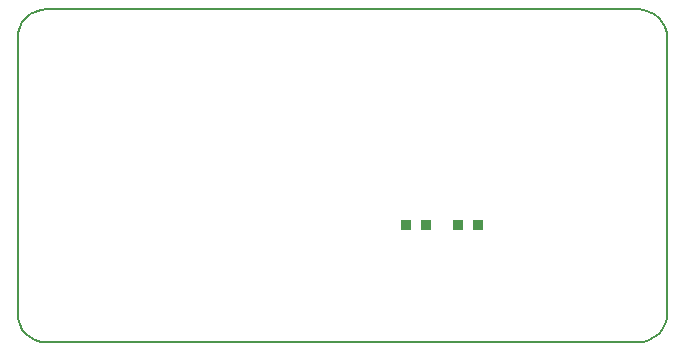
<source format=gbr>
G04 PROTEUS RS274X GERBER FILE*
%FSLAX45Y45*%
%MOMM*%
G01*
%ADD17R,0.889000X0.889000*%
%ADD22C,0.203200*%
D17*
X+3727280Y+890000D03*
X+3900000Y+890000D03*
X+3462720Y+890000D03*
X+3290000Y+890000D03*
D22*
X+0Y+150000D02*
X+0Y+2470000D01*
X+250000Y+2720000D02*
X+5250000Y+2720000D01*
X+5500000Y+2470000D02*
X+5500000Y+150000D01*
X+5250000Y-100000D02*
X+250000Y-100000D01*
X+0Y+2470000D02*
X+4974Y+2521117D01*
X+19287Y+2568389D01*
X+42023Y+2610900D01*
X+72266Y+2647734D01*
X+109100Y+2677977D01*
X+151611Y+2700713D01*
X+198883Y+2715026D01*
X+250000Y+2720000D01*
X+0Y+150000D02*
X+4974Y+98883D01*
X+19287Y+51611D01*
X+42023Y+9100D01*
X+72266Y-27734D01*
X+109100Y-57977D01*
X+151611Y-80713D01*
X+198883Y-95026D01*
X+250000Y-100000D01*
X+5250000Y-100000D02*
X+5301117Y-95026D01*
X+5348389Y-80713D01*
X+5390900Y-57977D01*
X+5427734Y-27734D01*
X+5457977Y+9100D01*
X+5480713Y+51611D01*
X+5495026Y+98883D01*
X+5500000Y+150000D01*
X+5500000Y+2470000D02*
X+5495026Y+2521117D01*
X+5480713Y+2568389D01*
X+5457977Y+2610900D01*
X+5427734Y+2647734D01*
X+5390900Y+2677977D01*
X+5348389Y+2700713D01*
X+5301117Y+2715026D01*
X+5250000Y+2720000D01*
M02*

</source>
